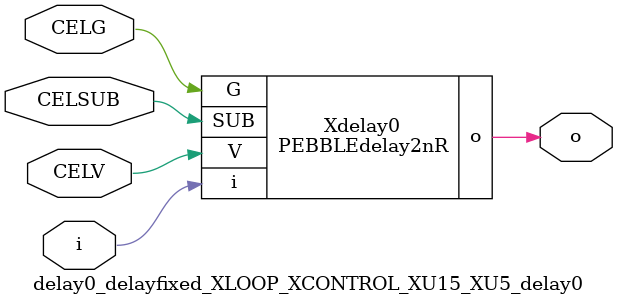
<source format=v>



module PEBBLEdelay2nR ( o, V, G, i, SUB );

  input V;
  input i;
  input G;
  output o;
  input SUB;
endmodule

//Celera Confidential Do Not Copy delay0_delayfixed_XLOOP_XCONTROL_XU15_XU5_delay0
//TYPE: fixed 2ns
module delay0_delayfixed_XLOOP_XCONTROL_XU15_XU5_delay0 (i, CELV, o,
CELG,CELSUB);
input CELV;
input i;
output o;
input CELSUB;
input CELG;

//Celera Confidential Do Not Copy delayfast0
PEBBLEdelay2nR Xdelay0(
.V (CELV),
.i (i),
.o (o),
.G (CELG),
.SUB (CELSUB)
);
//,diesize,PEBBLEdelay2nR

//Celera Confidential Do Not Copy Module End
//Celera Schematic Generator
endmodule

</source>
